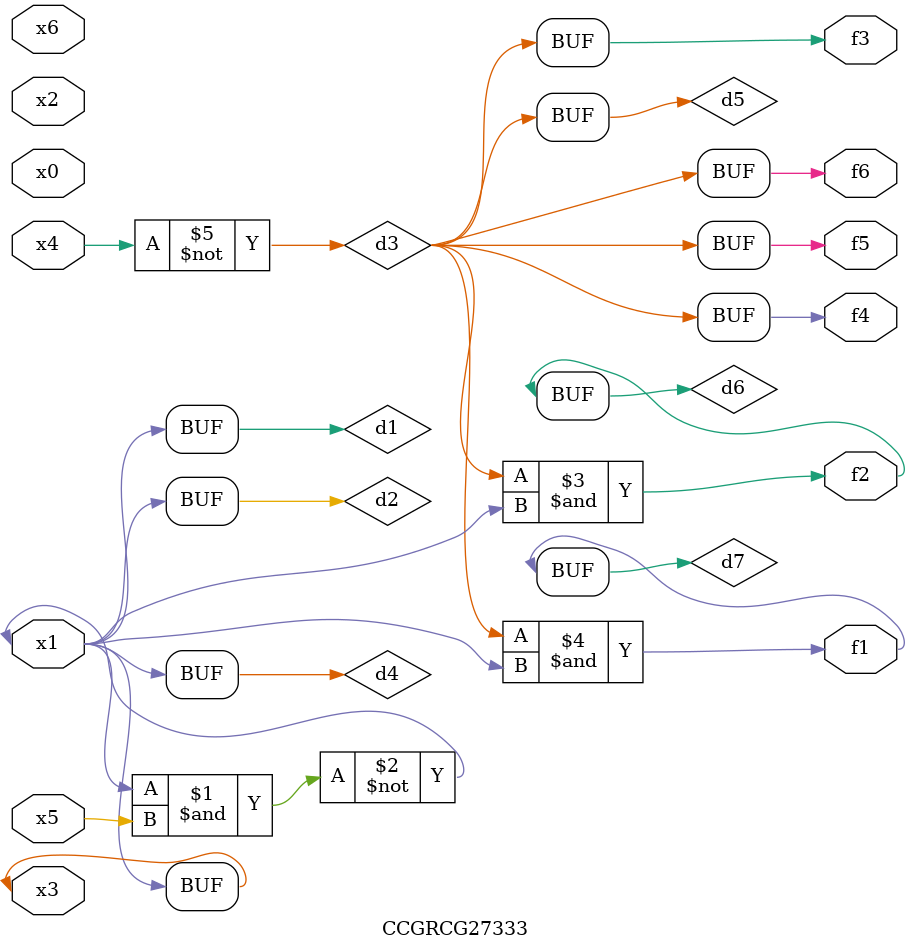
<source format=v>
module CCGRCG27333(
	input x0, x1, x2, x3, x4, x5, x6,
	output f1, f2, f3, f4, f5, f6
);

	wire d1, d2, d3, d4, d5, d6, d7;

	buf (d1, x1, x3);
	nand (d2, x1, x5);
	not (d3, x4);
	buf (d4, d1, d2);
	buf (d5, d3);
	and (d6, d3, d4);
	and (d7, d3, d4);
	assign f1 = d7;
	assign f2 = d6;
	assign f3 = d5;
	assign f4 = d5;
	assign f5 = d5;
	assign f6 = d5;
endmodule

</source>
